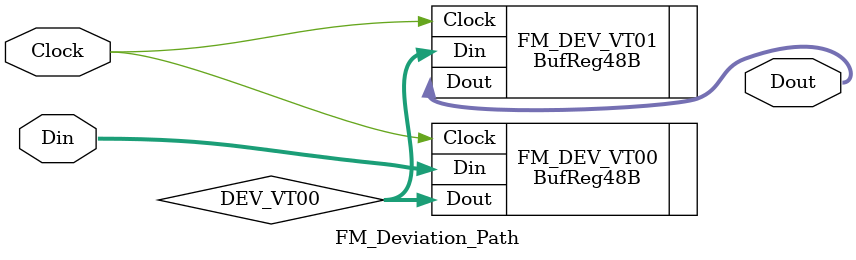
<source format=v>
`timescale	1ns/1ps

module	FM_Deviation_Path(Dout, Din, Clock)	;

output	[47:0]	Dout	;
wire	[47:0]	Dout	;

input	[47:0]	Din	;
wire	[47:0]	Din	;

input	Clock	;
wire	Clock	;

wire	[47:0]	DEV_VT00	;


BufReg48B		FM_DEV_VT00(.Dout(DEV_VT00), .Din(Din), .Clock(Clock))	;
BufReg48B		FM_DEV_VT01(.Dout(Dout), .Din(DEV_VT00), .Clock(Clock))	;

endmodule

</source>
